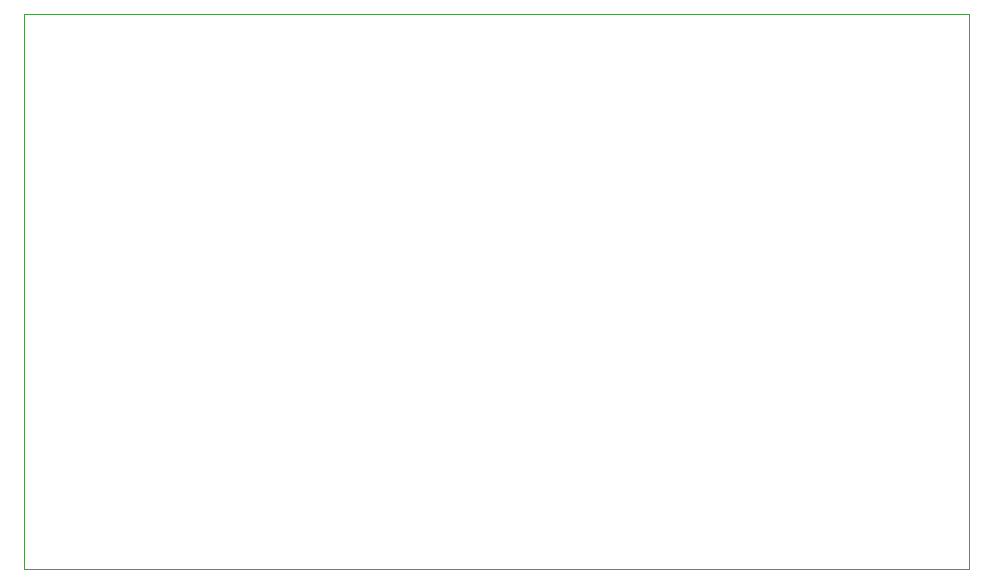
<source format=gbr>
G04 #@! TF.GenerationSoftware,KiCad,Pcbnew,(5.1.12-1-10_14)*
G04 #@! TF.CreationDate,2021-12-17T20:41:21-05:00*
G04 #@! TF.ProjectId,ClonedESP32DevBoard,436c6f6e-6564-4455-9350-333244657642,rev?*
G04 #@! TF.SameCoordinates,Original*
G04 #@! TF.FileFunction,Profile,NP*
%FSLAX46Y46*%
G04 Gerber Fmt 4.6, Leading zero omitted, Abs format (unit mm)*
G04 Created by KiCad (PCBNEW (5.1.12-1-10_14)) date 2021-12-17 20:41:21*
%MOMM*%
%LPD*%
G01*
G04 APERTURE LIST*
G04 #@! TA.AperFunction,Profile*
%ADD10C,0.050000*%
G04 #@! TD*
G04 APERTURE END LIST*
D10*
X34793800Y-145167700D02*
X34793800Y-98177700D01*
X114803800Y-145167700D02*
X34793800Y-145167700D01*
X114803800Y-98177700D02*
X114803800Y-145167700D01*
X34793800Y-98177700D02*
X114803800Y-98177700D01*
M02*

</source>
